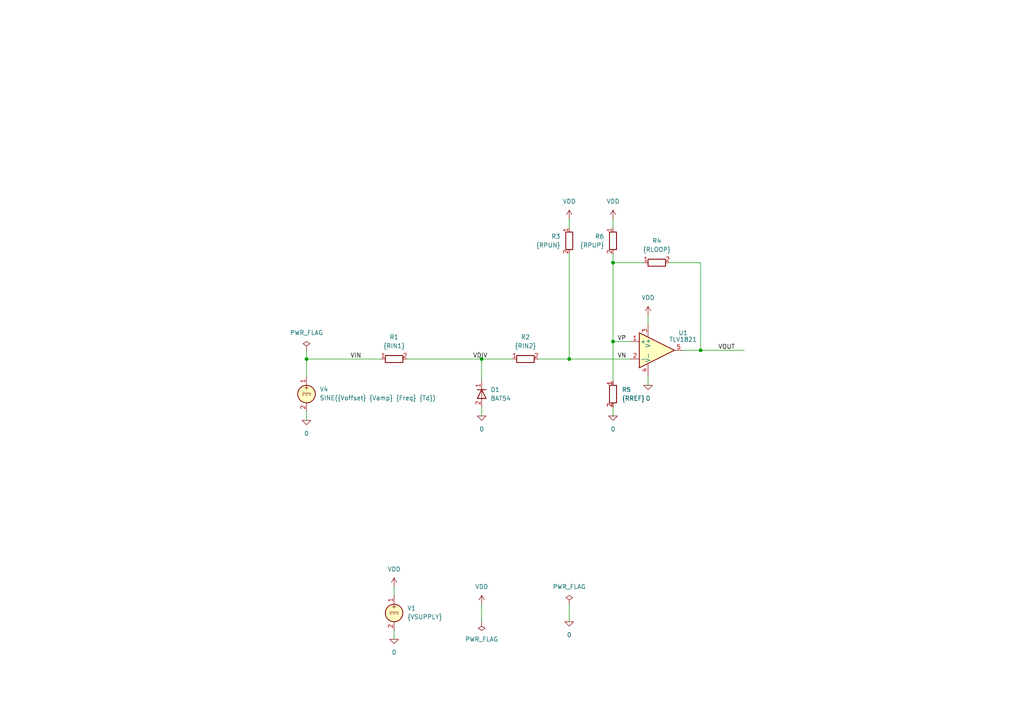
<source format=kicad_sch>
(kicad_sch
	(version 20231120)
	(generator "eeschema")
	(generator_version "8.0")
	(uuid "ae9a597f-eb7a-452c-813b-2c3c328352b1")
	(paper "A4")
	(title_block
		(title "Zero crossing detector")
		(date "2024-07-03")
		(rev "2")
		(company "astroelectronic@")
		(comment 1 "-")
		(comment 2 "-")
		(comment 3 "-")
		(comment 4 "AE01010821")
	)
	(lib_symbols
		(symbol "TLV1821:0"
			(power)
			(pin_numbers hide)
			(pin_names
				(offset 0) hide)
			(exclude_from_sim no)
			(in_bom yes)
			(on_board yes)
			(property "Reference" "#GND"
				(at 0 -5.08 0)
				(effects
					(font
						(size 1.27 1.27)
					)
					(hide yes)
				)
			)
			(property "Value" "0"
				(at 0 -2.54 0)
				(effects
					(font
						(size 1.27 1.27)
					)
				)
			)
			(property "Footprint" ""
				(at 0 0 0)
				(effects
					(font
						(size 1.27 1.27)
					)
					(hide yes)
				)
			)
			(property "Datasheet" "https://ngspice.sourceforge.io/docs/ngspice-html-manual/manual.xhtml#subsec_Circuit_elements__device"
				(at 0 -10.16 0)
				(effects
					(font
						(size 1.27 1.27)
					)
					(hide yes)
				)
			)
			(property "Description" "0V reference potential for simulation"
				(at 0 -7.62 0)
				(effects
					(font
						(size 1.27 1.27)
					)
					(hide yes)
				)
			)
			(property "ki_keywords" "simulation"
				(at 0 0 0)
				(effects
					(font
						(size 1.27 1.27)
					)
					(hide yes)
				)
			)
			(symbol "0_0_1"
				(polyline
					(pts
						(xy -1.27 0) (xy 0 -1.27) (xy 1.27 0) (xy -1.27 0)
					)
					(stroke
						(width 0)
						(type default)
					)
					(fill
						(type none)
					)
				)
			)
			(symbol "0_1_1"
				(pin power_in line
					(at 0 0 0)
					(length 0)
					(name "~"
						(effects
							(font
								(size 1.016 1.016)
							)
						)
					)
					(number "1"
						(effects
							(font
								(size 1.016 1.016)
							)
						)
					)
				)
			)
		)
		(symbol "TLV1821:D"
			(pin_names
				(offset 1.016) hide)
			(exclude_from_sim no)
			(in_bom yes)
			(on_board yes)
			(property "Reference" "D"
				(at 0 2.54 0)
				(effects
					(font
						(size 1.27 1.27)
					)
				)
			)
			(property "Value" "D"
				(at 0 -2.54 0)
				(effects
					(font
						(size 1.27 1.27)
					)
				)
			)
			(property "Footprint" ""
				(at 0 0 0)
				(effects
					(font
						(size 1.27 1.27)
					)
					(hide yes)
				)
			)
			(property "Datasheet" "https://ngspice.sourceforge.io/docs/ngspice-html-manual/manual.xhtml#cha_DIODEs"
				(at 0 0 0)
				(effects
					(font
						(size 1.27 1.27)
					)
					(hide yes)
				)
			)
			(property "Description" "Diode for simulation or PCB"
				(at 0 0 0)
				(effects
					(font
						(size 1.27 1.27)
					)
					(hide yes)
				)
			)
			(property "Sim.Device" "D"
				(at 0 0 0)
				(effects
					(font
						(size 1.27 1.27)
					)
				)
			)
			(property "Sim.Pins" "1=K 2=A"
				(at 0 0 0)
				(effects
					(font
						(size 1.27 1.27)
					)
				)
			)
			(property "ki_keywords" "simulation"
				(at 0 0 0)
				(effects
					(font
						(size 1.27 1.27)
					)
					(hide yes)
				)
			)
			(property "ki_fp_filters" "TO-???* *_Diode_* *SingleDiode* D_*"
				(at 0 0 0)
				(effects
					(font
						(size 1.27 1.27)
					)
					(hide yes)
				)
			)
			(symbol "D_0_1"
				(polyline
					(pts
						(xy -1.27 1.27) (xy -1.27 -1.27)
					)
					(stroke
						(width 0.254)
						(type default)
					)
					(fill
						(type none)
					)
				)
				(polyline
					(pts
						(xy 1.27 0) (xy -1.27 0)
					)
					(stroke
						(width 0)
						(type default)
					)
					(fill
						(type none)
					)
				)
				(polyline
					(pts
						(xy 1.27 1.27) (xy 1.27 -1.27) (xy -1.27 0) (xy 1.27 1.27)
					)
					(stroke
						(width 0.254)
						(type default)
					)
					(fill
						(type none)
					)
				)
			)
			(symbol "D_1_1"
				(pin passive line
					(at -3.81 0 0)
					(length 2.54)
					(name "K"
						(effects
							(font
								(size 1.27 1.27)
							)
						)
					)
					(number "1"
						(effects
							(font
								(size 1.27 1.27)
							)
						)
					)
				)
				(pin passive line
					(at 3.81 0 180)
					(length 2.54)
					(name "A"
						(effects
							(font
								(size 1.27 1.27)
							)
						)
					)
					(number "2"
						(effects
							(font
								(size 1.27 1.27)
							)
						)
					)
				)
			)
		)
		(symbol "TLV1821:PWR_FLAG"
			(power)
			(pin_numbers hide)
			(pin_names
				(offset 0) hide)
			(exclude_from_sim no)
			(in_bom yes)
			(on_board yes)
			(property "Reference" "#FLG"
				(at 0 1.905 0)
				(effects
					(font
						(size 1.27 1.27)
					)
					(hide yes)
				)
			)
			(property "Value" "PWR_FLAG"
				(at 0 3.81 0)
				(effects
					(font
						(size 1.27 1.27)
					)
				)
			)
			(property "Footprint" ""
				(at 0 0 0)
				(effects
					(font
						(size 1.27 1.27)
					)
					(hide yes)
				)
			)
			(property "Datasheet" "~"
				(at 0 0 0)
				(effects
					(font
						(size 1.27 1.27)
					)
					(hide yes)
				)
			)
			(property "Description" "Special symbol for telling ERC where power comes from"
				(at 0 0 0)
				(effects
					(font
						(size 1.27 1.27)
					)
					(hide yes)
				)
			)
			(property "ki_keywords" "flag power"
				(at 0 0 0)
				(effects
					(font
						(size 1.27 1.27)
					)
					(hide yes)
				)
			)
			(symbol "PWR_FLAG_0_0"
				(pin power_out line
					(at 0 0 90)
					(length 0)
					(name "~"
						(effects
							(font
								(size 1.27 1.27)
							)
						)
					)
					(number "1"
						(effects
							(font
								(size 1.27 1.27)
							)
						)
					)
				)
			)
			(symbol "PWR_FLAG_0_1"
				(polyline
					(pts
						(xy 0 0) (xy 0 1.27) (xy -1.016 1.905) (xy 0 2.54) (xy 1.016 1.905) (xy 0 1.27)
					)
					(stroke
						(width 0)
						(type default)
					)
					(fill
						(type none)
					)
				)
			)
		)
		(symbol "TLV1821:R"
			(pin_names
				(offset 0) hide)
			(exclude_from_sim no)
			(in_bom yes)
			(on_board yes)
			(property "Reference" "R"
				(at 2.032 0 90)
				(effects
					(font
						(size 1.27 1.27)
					)
				)
			)
			(property "Value" "R"
				(at 0 0 90)
				(effects
					(font
						(size 1.27 1.27)
					)
				)
			)
			(property "Footprint" ""
				(at -1.778 0 90)
				(effects
					(font
						(size 1.27 1.27)
					)
					(hide yes)
				)
			)
			(property "Datasheet" "~"
				(at 0 0 0)
				(effects
					(font
						(size 1.27 1.27)
					)
					(hide yes)
				)
			)
			(property "Description" "Resistor"
				(at 0 0 0)
				(effects
					(font
						(size 1.27 1.27)
					)
					(hide yes)
				)
			)
			(property "ki_keywords" "R res resistor"
				(at 0 0 0)
				(effects
					(font
						(size 1.27 1.27)
					)
					(hide yes)
				)
			)
			(property "ki_fp_filters" "R_*"
				(at 0 0 0)
				(effects
					(font
						(size 1.27 1.27)
					)
					(hide yes)
				)
			)
			(symbol "R_0_1"
				(rectangle
					(start -1.016 -2.54)
					(end 1.016 2.54)
					(stroke
						(width 0.254)
						(type default)
					)
					(fill
						(type none)
					)
				)
			)
			(symbol "R_1_1"
				(pin passive line
					(at 0 3.81 270)
					(length 1.27)
					(name "~"
						(effects
							(font
								(size 1.27 1.27)
							)
						)
					)
					(number "1"
						(effects
							(font
								(size 1.27 1.27)
							)
						)
					)
				)
				(pin passive line
					(at 0 -3.81 90)
					(length 1.27)
					(name "~"
						(effects
							(font
								(size 1.27 1.27)
							)
						)
					)
					(number "2"
						(effects
							(font
								(size 1.27 1.27)
							)
						)
					)
				)
			)
		)
		(symbol "TLV1821:TLV1821"
			(pin_names
				(offset 0.254)
			)
			(exclude_from_sim no)
			(in_bom yes)
			(on_board yes)
			(property "Reference" "U"
				(at 3.81 3.175 0)
				(effects
					(font
						(size 1.27 1.27)
					)
					(justify left)
				)
			)
			(property "Value" "${SIM.PARAMS}"
				(at 3.81 -3.175 0)
				(effects
					(font
						(size 1.27 1.27)
					)
					(justify left)
				)
			)
			(property "Footprint" ""
				(at 0 0 0)
				(effects
					(font
						(size 1.27 1.27)
					)
					(hide yes)
				)
			)
			(property "Datasheet" "https://www.ti.com/product/TLV1824"
				(at 0 0 0)
				(effects
					(font
						(size 1.27 1.27)
					)
					(hide yes)
				)
			)
			(property "Description" "Operational amplifier, single, node sequence=1:+ 2:- 3:OUT 4:V+ 5:V-"
				(at 0 0 0)
				(effects
					(font
						(size 1.27 1.27)
					)
					(hide yes)
				)
			)
			(property "Sim.Pins" "1=in+ 2=in- 3=vcc 4=vee 5=out"
				(at 0 0 0)
				(effects
					(font
						(size 1.27 1.27)
					)
					(hide yes)
				)
			)
			(property "Sim.Device" "SUBCKT"
				(at 0 0 0)
				(effects
					(font
						(size 1.27 1.27)
					)
					(justify left)
					(hide yes)
				)
			)
			(property "Sim.Library" "${KICAD7_SYMBOL_DIR}/Simulation_SPICE.sp"
				(at 0 0 0)
				(effects
					(font
						(size 1.27 1.27)
					)
					(hide yes)
				)
			)
			(property "Sim.Name" "kicad_builtin_opamp"
				(at 0 0 0)
				(effects
					(font
						(size 1.27 1.27)
					)
					(hide yes)
				)
			)
			(property "ki_keywords" "simulation"
				(at 0 0 0)
				(effects
					(font
						(size 1.27 1.27)
					)
					(hide yes)
				)
			)
			(symbol "TLV1821_0_1"
				(polyline
					(pts
						(xy 5.08 0) (xy -5.08 5.08) (xy -5.08 -5.08) (xy 5.08 0)
					)
					(stroke
						(width 0.254)
						(type default)
					)
					(fill
						(type background)
					)
				)
			)
			(symbol "TLV1821_1_1"
				(pin passive line
					(at -7.62 2.54 0)
					(length 2.54)
					(name "+"
						(effects
							(font
								(size 1.27 1.27)
							)
						)
					)
					(number "1"
						(effects
							(font
								(size 1.27 1.27)
							)
						)
					)
				)
				(pin passive line
					(at -7.62 -2.54 0)
					(length 2.54)
					(name "-"
						(effects
							(font
								(size 1.27 1.27)
							)
						)
					)
					(number "2"
						(effects
							(font
								(size 1.27 1.27)
							)
						)
					)
				)
				(pin passive line
					(at -2.54 7.62 270)
					(length 3.81)
					(name "V+"
						(effects
							(font
								(size 1.27 1.27)
							)
						)
					)
					(number "3"
						(effects
							(font
								(size 1.27 1.27)
							)
						)
					)
				)
				(pin passive line
					(at -2.54 -7.62 90)
					(length 3.81)
					(name "V-"
						(effects
							(font
								(size 1.27 1.27)
							)
						)
					)
					(number "4"
						(effects
							(font
								(size 1.27 1.27)
							)
						)
					)
				)
				(pin passive line
					(at 7.62 0 180)
					(length 2.54)
					(name "~"
						(effects
							(font
								(size 1.27 1.27)
							)
						)
					)
					(number "5"
						(effects
							(font
								(size 1.27 1.27)
							)
						)
					)
				)
			)
		)
		(symbol "TLV1821:VDC"
			(pin_names
				(offset 0.0254) hide)
			(exclude_from_sim no)
			(in_bom yes)
			(on_board yes)
			(property "Reference" "V"
				(at 2.54 2.54 0)
				(effects
					(font
						(size 1.27 1.27)
					)
					(justify left)
				)
			)
			(property "Value" "1"
				(at 2.54 0 0)
				(effects
					(font
						(size 1.27 1.27)
					)
					(justify left)
				)
			)
			(property "Footprint" ""
				(at 0 0 0)
				(effects
					(font
						(size 1.27 1.27)
					)
					(hide yes)
				)
			)
			(property "Datasheet" "https://ngspice.sourceforge.io/docs/ngspice-html-manual/manual.xhtml#sec_Independent_Sources_for"
				(at 0 0 0)
				(effects
					(font
						(size 1.27 1.27)
					)
					(hide yes)
				)
			)
			(property "Description" "Voltage source, DC"
				(at 0 0 0)
				(effects
					(font
						(size 1.27 1.27)
					)
					(hide yes)
				)
			)
			(property "Sim.Pins" "1=+ 2=-"
				(at 0 0 0)
				(effects
					(font
						(size 1.27 1.27)
					)
					(hide yes)
				)
			)
			(property "Sim.Type" "DC"
				(at 0 0 0)
				(effects
					(font
						(size 1.27 1.27)
					)
					(hide yes)
				)
			)
			(property "Sim.Device" "V"
				(at 0 0 0)
				(effects
					(font
						(size 1.27 1.27)
					)
					(justify left)
					(hide yes)
				)
			)
			(property "ki_keywords" "simulation"
				(at 0 0 0)
				(effects
					(font
						(size 1.27 1.27)
					)
					(hide yes)
				)
			)
			(symbol "VDC_0_0"
				(polyline
					(pts
						(xy -1.27 0.254) (xy 1.27 0.254)
					)
					(stroke
						(width 0)
						(type default)
					)
					(fill
						(type none)
					)
				)
				(polyline
					(pts
						(xy -0.762 -0.254) (xy -1.27 -0.254)
					)
					(stroke
						(width 0)
						(type default)
					)
					(fill
						(type none)
					)
				)
				(polyline
					(pts
						(xy 0.254 -0.254) (xy -0.254 -0.254)
					)
					(stroke
						(width 0)
						(type default)
					)
					(fill
						(type none)
					)
				)
				(polyline
					(pts
						(xy 1.27 -0.254) (xy 0.762 -0.254)
					)
					(stroke
						(width 0)
						(type default)
					)
					(fill
						(type none)
					)
				)
				(text "+"
					(at 0 1.905 0)
					(effects
						(font
							(size 1.27 1.27)
						)
					)
				)
			)
			(symbol "VDC_0_1"
				(circle
					(center 0 0)
					(radius 2.54)
					(stroke
						(width 0.254)
						(type default)
					)
					(fill
						(type background)
					)
				)
			)
			(symbol "VDC_1_1"
				(pin passive line
					(at 0 5.08 270)
					(length 2.54)
					(name "~"
						(effects
							(font
								(size 1.27 1.27)
							)
						)
					)
					(number "1"
						(effects
							(font
								(size 1.27 1.27)
							)
						)
					)
				)
				(pin passive line
					(at 0 -5.08 90)
					(length 2.54)
					(name "~"
						(effects
							(font
								(size 1.27 1.27)
							)
						)
					)
					(number "2"
						(effects
							(font
								(size 1.27 1.27)
							)
						)
					)
				)
			)
		)
		(symbol "TLV1821:VDD"
			(power)
			(pin_numbers hide)
			(pin_names
				(offset 0) hide)
			(exclude_from_sim no)
			(in_bom yes)
			(on_board yes)
			(property "Reference" "#PWR"
				(at 0 -3.81 0)
				(effects
					(font
						(size 1.27 1.27)
					)
					(hide yes)
				)
			)
			(property "Value" "VDD"
				(at 0 3.556 0)
				(effects
					(font
						(size 1.27 1.27)
					)
				)
			)
			(property "Footprint" ""
				(at 0 0 0)
				(effects
					(font
						(size 1.27 1.27)
					)
					(hide yes)
				)
			)
			(property "Datasheet" ""
				(at 0 0 0)
				(effects
					(font
						(size 1.27 1.27)
					)
					(hide yes)
				)
			)
			(property "Description" "Power symbol creates a global label with name \"VDD\""
				(at 0 0 0)
				(effects
					(font
						(size 1.27 1.27)
					)
					(hide yes)
				)
			)
			(property "ki_keywords" "global power"
				(at 0 0 0)
				(effects
					(font
						(size 1.27 1.27)
					)
					(hide yes)
				)
			)
			(symbol "VDD_0_1"
				(polyline
					(pts
						(xy -0.762 1.27) (xy 0 2.54)
					)
					(stroke
						(width 0)
						(type default)
					)
					(fill
						(type none)
					)
				)
				(polyline
					(pts
						(xy 0 0) (xy 0 2.54)
					)
					(stroke
						(width 0)
						(type default)
					)
					(fill
						(type none)
					)
				)
				(polyline
					(pts
						(xy 0 2.54) (xy 0.762 1.27)
					)
					(stroke
						(width 0)
						(type default)
					)
					(fill
						(type none)
					)
				)
			)
			(symbol "VDD_1_1"
				(pin power_in line
					(at 0 0 90)
					(length 0)
					(name "~"
						(effects
							(font
								(size 1.27 1.27)
							)
						)
					)
					(number "1"
						(effects
							(font
								(size 1.27 1.27)
							)
						)
					)
				)
			)
		)
	)
	(junction
		(at 177.8 76.2)
		(diameter 0)
		(color 0 0 0 0)
		(uuid "2789afa5-e1e8-40bf-9b04-fc93376ea6c9")
	)
	(junction
		(at 165.1 104.14)
		(diameter 0)
		(color 0 0 0 0)
		(uuid "52a1474a-ae95-4908-bbb3-2df5201448e7")
	)
	(junction
		(at 177.8 99.06)
		(diameter 0)
		(color 0 0 0 0)
		(uuid "8f049927-4f9e-4ff4-a56f-54e60aad5581")
	)
	(junction
		(at 139.7 104.14)
		(diameter 0)
		(color 0 0 0 0)
		(uuid "a79990e6-ad88-4e95-b919-8f2e62eeed9c")
	)
	(junction
		(at 88.9 104.14)
		(diameter 0)
		(color 0 0 0 0)
		(uuid "b62c0890-b9d9-41cd-b8c2-45b7adc44ceb")
	)
	(junction
		(at 203.2 101.6)
		(diameter 0)
		(color 0 0 0 0)
		(uuid "c4f712c4-434c-4746-99d7-a3ff94b0c2bb")
	)
	(wire
		(pts
			(xy 165.1 73.66) (xy 165.1 104.14)
		)
		(stroke
			(width 0)
			(type default)
		)
		(uuid "1ce83156-f019-4998-99b4-f944eaff510f")
	)
	(wire
		(pts
			(xy 139.7 104.14) (xy 148.59 104.14)
		)
		(stroke
			(width 0)
			(type default)
		)
		(uuid "1dc5a063-7722-4edf-8fbd-d429d758604a")
	)
	(wire
		(pts
			(xy 177.8 99.06) (xy 177.8 76.2)
		)
		(stroke
			(width 0)
			(type default)
		)
		(uuid "267d9604-62d0-4832-9a06-4dfbbec2d5f7")
	)
	(wire
		(pts
			(xy 139.7 104.14) (xy 139.7 110.49)
		)
		(stroke
			(width 0)
			(type default)
		)
		(uuid "2e1e3869-9245-4224-8bec-913eac62bef1")
	)
	(wire
		(pts
			(xy 203.2 76.2) (xy 194.31 76.2)
		)
		(stroke
			(width 0)
			(type default)
		)
		(uuid "30f0bfaa-c8b2-442a-836c-01429e37706d")
	)
	(wire
		(pts
			(xy 182.88 99.06) (xy 177.8 99.06)
		)
		(stroke
			(width 0)
			(type default)
		)
		(uuid "3e4fc699-8d9b-4dde-b6ce-8fc434c1404d")
	)
	(wire
		(pts
			(xy 177.8 76.2) (xy 186.69 76.2)
		)
		(stroke
			(width 0)
			(type default)
		)
		(uuid "4c226b17-f4f1-49cf-928d-cd9047a15a51")
	)
	(wire
		(pts
			(xy 114.3 170.18) (xy 114.3 172.72)
		)
		(stroke
			(width 0)
			(type default)
		)
		(uuid "4c6c34c9-7aa0-4e7a-bf76-1c0e582c0f57")
	)
	(wire
		(pts
			(xy 139.7 175.26) (xy 139.7 180.34)
		)
		(stroke
			(width 0)
			(type default)
		)
		(uuid "6462ae39-c3b6-4388-b972-75a56a6b6127")
	)
	(wire
		(pts
			(xy 88.9 101.6) (xy 88.9 104.14)
		)
		(stroke
			(width 0)
			(type default)
		)
		(uuid "66a5c13c-e2a0-4652-9baf-66b8476edc94")
	)
	(wire
		(pts
			(xy 156.21 104.14) (xy 165.1 104.14)
		)
		(stroke
			(width 0)
			(type default)
		)
		(uuid "6cb99671-c937-437a-a446-3cc792f5ce80")
	)
	(wire
		(pts
			(xy 88.9 109.22) (xy 88.9 104.14)
		)
		(stroke
			(width 0)
			(type default)
		)
		(uuid "7b8cfaa1-d79e-4eee-8adf-1b9aa08f1dc7")
	)
	(wire
		(pts
			(xy 165.1 175.26) (xy 165.1 180.34)
		)
		(stroke
			(width 0)
			(type default)
		)
		(uuid "85eaf740-fb9d-4b05-b47f-a79493a24de7")
	)
	(wire
		(pts
			(xy 165.1 63.5) (xy 165.1 66.04)
		)
		(stroke
			(width 0)
			(type default)
		)
		(uuid "8ac1502a-91be-4c18-8437-7e17ec1011f1")
	)
	(wire
		(pts
			(xy 177.8 118.11) (xy 177.8 120.65)
		)
		(stroke
			(width 0)
			(type default)
		)
		(uuid "96c08182-b155-47b2-a1a7-6d4073fb54fa")
	)
	(wire
		(pts
			(xy 114.3 182.88) (xy 114.3 185.42)
		)
		(stroke
			(width 0)
			(type default)
		)
		(uuid "a20563ae-1fa8-40cd-ba8d-bf3ad2b25f9f")
	)
	(wire
		(pts
			(xy 88.9 104.14) (xy 110.49 104.14)
		)
		(stroke
			(width 0)
			(type default)
		)
		(uuid "a8285c06-61cc-4c08-b4de-e5c596d1f1ad")
	)
	(wire
		(pts
			(xy 139.7 118.11) (xy 139.7 120.65)
		)
		(stroke
			(width 0)
			(type default)
		)
		(uuid "b367bbee-a296-4f28-9721-3f80d94a8c81")
	)
	(wire
		(pts
			(xy 203.2 101.6) (xy 203.2 76.2)
		)
		(stroke
			(width 0)
			(type default)
		)
		(uuid "b412621f-f2cf-4b98-9db7-bf88c38b169f")
	)
	(wire
		(pts
			(xy 177.8 73.66) (xy 177.8 76.2)
		)
		(stroke
			(width 0)
			(type default)
		)
		(uuid "b6c288fe-5b76-4c1c-820e-f6404f8f7656")
	)
	(wire
		(pts
			(xy 203.2 101.6) (xy 215.9 101.6)
		)
		(stroke
			(width 0)
			(type default)
		)
		(uuid "c2aae867-79d0-445a-bdee-67826d5f5184")
	)
	(wire
		(pts
			(xy 118.11 104.14) (xy 139.7 104.14)
		)
		(stroke
			(width 0)
			(type default)
		)
		(uuid "cb5a90b1-fd18-4953-8d0e-6fb8376739b7")
	)
	(wire
		(pts
			(xy 177.8 63.5) (xy 177.8 66.04)
		)
		(stroke
			(width 0)
			(type default)
		)
		(uuid "d8e888c4-1385-4811-86db-1b75a9d68508")
	)
	(wire
		(pts
			(xy 187.96 91.44) (xy 187.96 93.98)
		)
		(stroke
			(width 0)
			(type default)
		)
		(uuid "d93faf4b-f40d-4698-acd9-2b61292dac7b")
	)
	(wire
		(pts
			(xy 165.1 104.14) (xy 182.88 104.14)
		)
		(stroke
			(width 0)
			(type default)
		)
		(uuid "dc29acfb-0d0b-4824-9dfc-77fa5f9b826c")
	)
	(wire
		(pts
			(xy 198.12 101.6) (xy 203.2 101.6)
		)
		(stroke
			(width 0)
			(type default)
		)
		(uuid "dc642b5a-efc3-4ed9-8710-2a002e2e24c7")
	)
	(wire
		(pts
			(xy 187.96 109.22) (xy 187.96 111.76)
		)
		(stroke
			(width 0)
			(type default)
		)
		(uuid "f225b559-121a-4698-84d9-af3563f24d1c")
	)
	(wire
		(pts
			(xy 177.8 99.06) (xy 177.8 110.49)
		)
		(stroke
			(width 0)
			(type default)
		)
		(uuid "f888d590-4851-4aa4-97d4-2efca30cf7c2")
	)
	(wire
		(pts
			(xy 88.9 119.38) (xy 88.9 121.92)
		)
		(stroke
			(width 0)
			(type default)
		)
		(uuid "fc3f633f-a47f-442e-9fb7-e6b54d6fc511")
	)
	(label "VOUT"
		(at 208.28 101.6 0)
		(fields_autoplaced yes)
		(effects
			(font
				(size 1.27 1.27)
			)
			(justify left bottom)
		)
		(uuid "565bf614-6915-4831-95a3-de1270c74f78")
	)
	(label "VDIV"
		(at 137.16 104.14 0)
		(fields_autoplaced yes)
		(effects
			(font
				(size 1.27 1.27)
			)
			(justify left bottom)
		)
		(uuid "74a3b2c4-da0d-4be1-8808-f9f193d379ef")
	)
	(label "VIN"
		(at 101.6 104.14 0)
		(fields_autoplaced yes)
		(effects
			(font
				(size 1.27 1.27)
			)
			(justify left bottom)
		)
		(uuid "c4981afb-b357-48f1-bbe5-099f73a04bb1")
	)
	(label "VP"
		(at 179.07 99.06 0)
		(fields_autoplaced yes)
		(effects
			(font
				(size 1.27 1.27)
			)
			(justify left bottom)
		)
		(uuid "e311bc62-1821-4b10-abb7-e0947265bcbc")
	)
	(label "VN"
		(at 179.07 104.14 0)
		(fields_autoplaced yes)
		(effects
			(font
				(size 1.27 1.27)
			)
			(justify left bottom)
		)
		(uuid "ffddc7b3-471d-455d-9633-3c83f2310b79")
	)
	(symbol
		(lib_id "TLV1821:R")
		(at 177.8 69.85 0)
		(unit 1)
		(exclude_from_sim no)
		(in_bom yes)
		(on_board yes)
		(dnp no)
		(fields_autoplaced yes)
		(uuid "1bc637f9-096c-4d06-9820-d70cab4290ef")
		(property "Reference" "R6"
			(at 175.26 68.5799 0)
			(effects
				(font
					(size 1.27 1.27)
				)
				(justify right)
			)
		)
		(property "Value" "{RPUP}"
			(at 175.26 71.1199 0)
			(effects
				(font
					(size 1.27 1.27)
				)
				(justify right)
			)
		)
		(property "Footprint" ""
			(at 176.022 69.85 90)
			(effects
				(font
					(size 1.27 1.27)
				)
				(hide yes)
			)
		)
		(property "Datasheet" "~"
			(at 177.8 69.85 0)
			(effects
				(font
					(size 1.27 1.27)
				)
				(hide yes)
			)
		)
		(property "Description" "Resistor"
			(at 177.8 69.85 0)
			(effects
				(font
					(size 1.27 1.27)
				)
				(hide yes)
			)
		)
		(pin "1"
			(uuid "2f3f714e-a7b8-41cc-8723-6051cedf7122")
		)
		(pin "2"
			(uuid "51343494-0210-4053-9175-cd5573732435")
		)
		(instances
			(project "TLV1821_zcd"
				(path "/ae9a597f-eb7a-452c-813b-2c3c328352b1"
					(reference "R6")
					(unit 1)
				)
			)
		)
	)
	(symbol
		(lib_id "TLV1821:R")
		(at 165.1 69.85 0)
		(mirror y)
		(unit 1)
		(exclude_from_sim no)
		(in_bom yes)
		(on_board yes)
		(dnp no)
		(fields_autoplaced yes)
		(uuid "26ea52b2-93d7-445f-9cc2-dbab8df32ba7")
		(property "Reference" "R3"
			(at 162.56 68.5799 0)
			(effects
				(font
					(size 1.27 1.27)
				)
				(justify left)
			)
		)
		(property "Value" "{RPUN}"
			(at 162.56 71.1199 0)
			(effects
				(font
					(size 1.27 1.27)
				)
				(justify left)
			)
		)
		(property "Footprint" ""
			(at 166.878 69.85 90)
			(effects
				(font
					(size 1.27 1.27)
				)
				(hide yes)
			)
		)
		(property "Datasheet" "~"
			(at 165.1 69.85 0)
			(effects
				(font
					(size 1.27 1.27)
				)
				(hide yes)
			)
		)
		(property "Description" "Resistor"
			(at 165.1 69.85 0)
			(effects
				(font
					(size 1.27 1.27)
				)
				(hide yes)
			)
		)
		(pin "1"
			(uuid "1fc1540f-aad2-4ece-893b-328d168e58b4")
		)
		(pin "2"
			(uuid "1219c0b6-47e7-42ea-8fb0-804428219241")
		)
		(instances
			(project "TLV1821_zcd"
				(path "/ae9a597f-eb7a-452c-813b-2c3c328352b1"
					(reference "R3")
					(unit 1)
				)
			)
		)
	)
	(symbol
		(lib_id "TLV1821:VDD")
		(at 139.7 175.26 0)
		(unit 1)
		(exclude_from_sim no)
		(in_bom yes)
		(on_board yes)
		(dnp no)
		(fields_autoplaced yes)
		(uuid "2c38dcfc-d2af-494c-9879-ce0cf0ae9c66")
		(property "Reference" "#PWR03"
			(at 139.7 179.07 0)
			(effects
				(font
					(size 1.27 1.27)
				)
				(hide yes)
			)
		)
		(property "Value" "VDD"
			(at 139.7 170.18 0)
			(effects
				(font
					(size 1.27 1.27)
				)
			)
		)
		(property "Footprint" ""
			(at 139.7 175.26 0)
			(effects
				(font
					(size 1.27 1.27)
				)
				(hide yes)
			)
		)
		(property "Datasheet" ""
			(at 139.7 175.26 0)
			(effects
				(font
					(size 1.27 1.27)
				)
				(hide yes)
			)
		)
		(property "Description" "Power symbol creates a global label with name \"VDD\""
			(at 139.7 175.26 0)
			(effects
				(font
					(size 1.27 1.27)
				)
				(hide yes)
			)
		)
		(pin "1"
			(uuid "277b1abe-fc8c-4606-8a1a-665f04efb26e")
		)
		(instances
			(project "TLV1821_zcd"
				(path "/ae9a597f-eb7a-452c-813b-2c3c328352b1"
					(reference "#PWR03")
					(unit 1)
				)
			)
		)
	)
	(symbol
		(lib_id "TLV1821:0")
		(at 177.8 120.65 0)
		(unit 1)
		(exclude_from_sim no)
		(in_bom yes)
		(on_board yes)
		(dnp no)
		(fields_autoplaced yes)
		(uuid "31a76c31-c88e-4dcb-9996-bd7966a99e87")
		(property "Reference" "#GND04"
			(at 177.8 125.73 0)
			(effects
				(font
					(size 1.27 1.27)
				)
				(hide yes)
			)
		)
		(property "Value" "0"
			(at 177.8 124.46 0)
			(effects
				(font
					(size 1.27 1.27)
				)
			)
		)
		(property "Footprint" ""
			(at 177.8 120.65 0)
			(effects
				(font
					(size 1.27 1.27)
				)
				(hide yes)
			)
		)
		(property "Datasheet" "https://ngspice.sourceforge.io/docs/ngspice-html-manual/manual.xhtml#subsec_Circuit_elements__device"
			(at 177.8 130.81 0)
			(effects
				(font
					(size 1.27 1.27)
				)
				(hide yes)
			)
		)
		(property "Description" "0V reference potential for simulation"
			(at 177.8 128.27 0)
			(effects
				(font
					(size 1.27 1.27)
				)
				(hide yes)
			)
		)
		(pin "1"
			(uuid "b7e6db77-2c54-4a15-9887-99e54580ed26")
		)
		(instances
			(project "TLV1821_zcd"
				(path "/ae9a597f-eb7a-452c-813b-2c3c328352b1"
					(reference "#GND04")
					(unit 1)
				)
			)
		)
	)
	(symbol
		(lib_id "TLV1821:PWR_FLAG")
		(at 165.1 175.26 0)
		(unit 1)
		(exclude_from_sim no)
		(in_bom yes)
		(on_board yes)
		(dnp no)
		(fields_autoplaced yes)
		(uuid "3c7deb2c-94ea-44db-b6d9-1da759f9ae63")
		(property "Reference" "#FLG02"
			(at 165.1 173.355 0)
			(effects
				(font
					(size 1.27 1.27)
				)
				(hide yes)
			)
		)
		(property "Value" "PWR_FLAG"
			(at 165.1 170.18 0)
			(effects
				(font
					(size 1.27 1.27)
				)
			)
		)
		(property "Footprint" ""
			(at 165.1 175.26 0)
			(effects
				(font
					(size 1.27 1.27)
				)
				(hide yes)
			)
		)
		(property "Datasheet" "~"
			(at 165.1 175.26 0)
			(effects
				(font
					(size 1.27 1.27)
				)
				(hide yes)
			)
		)
		(property "Description" "Special symbol for telling ERC where power comes from"
			(at 165.1 175.26 0)
			(effects
				(font
					(size 1.27 1.27)
				)
				(hide yes)
			)
		)
		(pin "1"
			(uuid "243bf4c0-9da9-47a4-bc86-085198d1a886")
		)
		(instances
			(project "TLV1821_zcd"
				(path "/ae9a597f-eb7a-452c-813b-2c3c328352b1"
					(reference "#FLG02")
					(unit 1)
				)
			)
		)
	)
	(symbol
		(lib_id "TLV1821:TLV1821")
		(at 190.5 101.6 0)
		(unit 1)
		(exclude_from_sim no)
		(in_bom yes)
		(on_board yes)
		(dnp no)
		(fields_autoplaced yes)
		(uuid "3d8bc729-cefe-4d20-811c-548e93d12ab7")
		(property "Reference" "U1"
			(at 198.12 96.5514 0)
			(effects
				(font
					(size 1.27 1.27)
				)
			)
		)
		(property "Value" "TLV1821"
			(at 198.12 98.4565 0)
			(effects
				(font
					(size 1.27 1.27)
				)
			)
		)
		(property "Footprint" ""
			(at 190.5 101.6 0)
			(effects
				(font
					(size 1.27 1.27)
				)
				(hide yes)
			)
		)
		(property "Datasheet" "https://www.ti.com/product/TLV1824"
			(at 190.5 101.6 0)
			(effects
				(font
					(size 1.27 1.27)
				)
				(hide yes)
			)
		)
		(property "Description" "Operational amplifier, single, node sequence=1:+ 2:- 3:OUT 4:V+ 5:V-"
			(at 190.5 101.6 0)
			(effects
				(font
					(size 1.27 1.27)
				)
				(hide yes)
			)
		)
		(property "Sim.Pins" "1=IN+ 2=IN- 3=V+ 4=V- 5=OUT"
			(at 190.5 101.6 0)
			(effects
				(font
					(size 1.27 1.27)
				)
				(hide yes)
			)
		)
		(property "Sim.Device" "SUBCKT"
			(at 190.5 101.6 0)
			(effects
				(font
					(size 1.27 1.27)
				)
				(justify left)
				(hide yes)
			)
		)
		(property "Sim.Library" "C:\\AE\\TLV1821\\_models\\tlv1821.lib"
			(at 190.5 101.6 0)
			(effects
				(font
					(size 1.27 1.27)
				)
				(hide yes)
			)
		)
		(property "Sim.Name" "TLV1821"
			(at 190.5 101.6 0)
			(effects
				(font
					(size 1.27 1.27)
				)
				(hide yes)
			)
		)
		(pin "1"
			(uuid "a3eeb99b-8228-45e0-b4d7-09febe859cbf")
		)
		(pin "3"
			(uuid "0bd1a5b4-b7f0-4918-9e76-6d88bc530e8e")
		)
		(pin "2"
			(uuid "89f47089-6d4b-4d72-a727-a8a62c8f335a")
		)
		(pin "4"
			(uuid "43e0823f-cc2e-4090-9e9e-489549fe5f7e")
		)
		(pin "5"
			(uuid "242bf7c1-6bcb-4ae3-9fc3-2037c877b110")
		)
		(instances
			(project "TLV1821_zcd"
				(path "/ae9a597f-eb7a-452c-813b-2c3c328352b1"
					(reference "U1")
					(unit 1)
				)
			)
		)
	)
	(symbol
		(lib_id "TLV1821:VDD")
		(at 187.96 91.44 0)
		(unit 1)
		(exclude_from_sim no)
		(in_bom yes)
		(on_board yes)
		(dnp no)
		(fields_autoplaced yes)
		(uuid "44d90fc7-3d98-434c-a409-930b552b3a07")
		(property "Reference" "#PWR01"
			(at 187.96 95.25 0)
			(effects
				(font
					(size 1.27 1.27)
				)
				(hide yes)
			)
		)
		(property "Value" "VDD"
			(at 187.96 86.36 0)
			(effects
				(font
					(size 1.27 1.27)
				)
			)
		)
		(property "Footprint" ""
			(at 187.96 91.44 0)
			(effects
				(font
					(size 1.27 1.27)
				)
				(hide yes)
			)
		)
		(property "Datasheet" ""
			(at 187.96 91.44 0)
			(effects
				(font
					(size 1.27 1.27)
				)
				(hide yes)
			)
		)
		(property "Description" "Power symbol creates a global label with name \"VDD\""
			(at 187.96 91.44 0)
			(effects
				(font
					(size 1.27 1.27)
				)
				(hide yes)
			)
		)
		(pin "1"
			(uuid "c2ab7acd-d7e9-498a-a4b7-92a5ce02c5f1")
		)
		(instances
			(project "TLV1821_zcd"
				(path "/ae9a597f-eb7a-452c-813b-2c3c328352b1"
					(reference "#PWR01")
					(unit 1)
				)
			)
		)
	)
	(symbol
		(lib_id "TLV1821:R")
		(at 114.3 104.14 90)
		(unit 1)
		(exclude_from_sim no)
		(in_bom yes)
		(on_board yes)
		(dnp no)
		(fields_autoplaced yes)
		(uuid "5088f402-90d9-498e-8bf3-1063111fd82a")
		(property "Reference" "R1"
			(at 114.3 97.79 90)
			(effects
				(font
					(size 1.27 1.27)
				)
			)
		)
		(property "Value" "{RIN1}"
			(at 114.3 100.33 90)
			(effects
				(font
					(size 1.27 1.27)
				)
			)
		)
		(property "Footprint" ""
			(at 114.3 105.918 90)
			(effects
				(font
					(size 1.27 1.27)
				)
				(hide yes)
			)
		)
		(property "Datasheet" "~"
			(at 114.3 104.14 0)
			(effects
				(font
					(size 1.27 1.27)
				)
				(hide yes)
			)
		)
		(property "Description" "Resistor"
			(at 114.3 104.14 0)
			(effects
				(font
					(size 1.27 1.27)
				)
				(hide yes)
			)
		)
		(pin "1"
			(uuid "4d09bc85-341b-4515-a429-6fb1b2e1ce46")
		)
		(pin "2"
			(uuid "f6a23114-bf93-4639-b185-ad093ee9651a")
		)
		(instances
			(project "TLV1821_zcd"
				(path "/ae9a597f-eb7a-452c-813b-2c3c328352b1"
					(reference "R1")
					(unit 1)
				)
			)
		)
	)
	(symbol
		(lib_id "TLV1821:0")
		(at 139.7 120.65 0)
		(unit 1)
		(exclude_from_sim no)
		(in_bom yes)
		(on_board yes)
		(dnp no)
		(fields_autoplaced yes)
		(uuid "62b00c14-1a26-4512-93dc-eca0f5ceac05")
		(property "Reference" "#GND06"
			(at 139.7 125.73 0)
			(effects
				(font
					(size 1.27 1.27)
				)
				(hide yes)
			)
		)
		(property "Value" "0"
			(at 139.7 124.46 0)
			(effects
				(font
					(size 1.27 1.27)
				)
			)
		)
		(property "Footprint" ""
			(at 139.7 120.65 0)
			(effects
				(font
					(size 1.27 1.27)
				)
				(hide yes)
			)
		)
		(property "Datasheet" "https://ngspice.sourceforge.io/docs/ngspice-html-manual/manual.xhtml#subsec_Circuit_elements__device"
			(at 139.7 130.81 0)
			(effects
				(font
					(size 1.27 1.27)
				)
				(hide yes)
			)
		)
		(property "Description" "0V reference potential for simulation"
			(at 139.7 128.27 0)
			(effects
				(font
					(size 1.27 1.27)
				)
				(hide yes)
			)
		)
		(pin "1"
			(uuid "696589c1-0175-4846-9b75-6e9bd31d0159")
		)
		(instances
			(project "TLV1821_zcd"
				(path "/ae9a597f-eb7a-452c-813b-2c3c328352b1"
					(reference "#GND06")
					(unit 1)
				)
			)
		)
	)
	(symbol
		(lib_id "TLV1821:PWR_FLAG")
		(at 88.9 101.6 0)
		(unit 1)
		(exclude_from_sim no)
		(in_bom yes)
		(on_board yes)
		(dnp no)
		(fields_autoplaced yes)
		(uuid "72b41a6e-2158-479b-97de-3523c48f8034")
		(property "Reference" "#FLG03"
			(at 88.9 99.695 0)
			(effects
				(font
					(size 1.27 1.27)
				)
				(hide yes)
			)
		)
		(property "Value" "PWR_FLAG"
			(at 88.9 96.52 0)
			(effects
				(font
					(size 1.27 1.27)
				)
			)
		)
		(property "Footprint" ""
			(at 88.9 101.6 0)
			(effects
				(font
					(size 1.27 1.27)
				)
				(hide yes)
			)
		)
		(property "Datasheet" "~"
			(at 88.9 101.6 0)
			(effects
				(font
					(size 1.27 1.27)
				)
				(hide yes)
			)
		)
		(property "Description" "Special symbol for telling ERC where power comes from"
			(at 88.9 101.6 0)
			(effects
				(font
					(size 1.27 1.27)
				)
				(hide yes)
			)
		)
		(pin "1"
			(uuid "51cff7e5-b721-4c10-bd85-220dc75e0e74")
		)
		(instances
			(project "TLV1821_zcd"
				(path "/ae9a597f-eb7a-452c-813b-2c3c328352b1"
					(reference "#FLG03")
					(unit 1)
				)
			)
		)
	)
	(symbol
		(lib_id "TLV1821:D")
		(at 139.7 114.3 270)
		(unit 1)
		(exclude_from_sim no)
		(in_bom yes)
		(on_board yes)
		(dnp no)
		(fields_autoplaced yes)
		(uuid "7bd87f9e-e685-4265-b2c4-a4ec3f02e9e0")
		(property "Reference" "D1"
			(at 142.24 113.0299 90)
			(effects
				(font
					(size 1.27 1.27)
				)
				(justify left)
			)
		)
		(property "Value" "BAT54"
			(at 142.24 115.5699 90)
			(effects
				(font
					(size 1.27 1.27)
				)
				(justify left)
			)
		)
		(property "Footprint" ""
			(at 139.7 114.3 0)
			(effects
				(font
					(size 1.27 1.27)
				)
				(hide yes)
			)
		)
		(property "Datasheet" "https://ngspice.sourceforge.io/docs/ngspice-html-manual/manual.xhtml#cha_DIODEs"
			(at 139.7 114.3 0)
			(effects
				(font
					(size 1.27 1.27)
				)
				(hide yes)
			)
		)
		(property "Description" "Diode for simulation or PCB"
			(at 139.7 114.3 0)
			(effects
				(font
					(size 1.27 1.27)
				)
				(hide yes)
			)
		)
		(property "Sim.Library" "C:\\AE\\TLV1821\\_models\\BAT54.spice.txt"
			(at 139.7 114.3 0)
			(effects
				(font
					(size 1.27 1.27)
				)
				(hide yes)
			)
		)
		(property "Sim.Name" "BAT54"
			(at 139.7 114.3 0)
			(effects
				(font
					(size 1.27 1.27)
				)
				(hide yes)
			)
		)
		(property "Sim.Device" "D"
			(at 139.7 114.3 0)
			(effects
				(font
					(size 1.27 1.27)
				)
				(hide yes)
			)
		)
		(property "Sim.Pins" "1=K 2=A"
			(at 139.7 114.3 0)
			(effects
				(font
					(size 1.27 1.27)
				)
				(hide yes)
			)
		)
		(pin "1"
			(uuid "9532c4a1-ce05-42dc-b637-1efb6d5e12ec")
		)
		(pin "2"
			(uuid "747ef44e-cca4-4013-8b60-02c21a225e78")
		)
		(instances
			(project "TLV1821_zcd"
				(path "/ae9a597f-eb7a-452c-813b-2c3c328352b1"
					(reference "D1")
					(unit 1)
				)
			)
		)
	)
	(symbol
		(lib_id "TLV1821:0")
		(at 88.9 121.92 0)
		(unit 1)
		(exclude_from_sim no)
		(in_bom yes)
		(on_board yes)
		(dnp no)
		(fields_autoplaced yes)
		(uuid "7bfd2ebf-7cce-4122-88cd-a359dd179517")
		(property "Reference" "#GND05"
			(at 88.9 127 0)
			(effects
				(font
					(size 1.27 1.27)
				)
				(hide yes)
			)
		)
		(property "Value" "0"
			(at 88.9 125.73 0)
			(effects
				(font
					(size 1.27 1.27)
				)
			)
		)
		(property "Footprint" ""
			(at 88.9 121.92 0)
			(effects
				(font
					(size 1.27 1.27)
				)
				(hide yes)
			)
		)
		(property "Datasheet" "https://ngspice.sourceforge.io/docs/ngspice-html-manual/manual.xhtml#subsec_Circuit_elements__device"
			(at 88.9 132.08 0)
			(effects
				(font
					(size 1.27 1.27)
				)
				(hide yes)
			)
		)
		(property "Description" "0V reference potential for simulation"
			(at 88.9 129.54 0)
			(effects
				(font
					(size 1.27 1.27)
				)
				(hide yes)
			)
		)
		(pin "1"
			(uuid "4aa652f6-3153-470e-a6c7-889132724ab9")
		)
		(instances
			(project "TLV1821_zcd"
				(path "/ae9a597f-eb7a-452c-813b-2c3c328352b1"
					(reference "#GND05")
					(unit 1)
				)
			)
		)
	)
	(symbol
		(lib_id "TLV1821:VDD")
		(at 177.8 63.5 0)
		(unit 1)
		(exclude_from_sim no)
		(in_bom yes)
		(on_board yes)
		(dnp no)
		(fields_autoplaced yes)
		(uuid "88b8495b-fb4e-42b4-b8f3-45f328e5ba29")
		(property "Reference" "#PWR04"
			(at 177.8 67.31 0)
			(effects
				(font
					(size 1.27 1.27)
				)
				(hide yes)
			)
		)
		(property "Value" "VDD"
			(at 177.8 58.42 0)
			(effects
				(font
					(size 1.27 1.27)
				)
			)
		)
		(property "Footprint" ""
			(at 177.8 63.5 0)
			(effects
				(font
					(size 1.27 1.27)
				)
				(hide yes)
			)
		)
		(property "Datasheet" ""
			(at 177.8 63.5 0)
			(effects
				(font
					(size 1.27 1.27)
				)
				(hide yes)
			)
		)
		(property "Description" "Power symbol creates a global label with name \"VDD\""
			(at 177.8 63.5 0)
			(effects
				(font
					(size 1.27 1.27)
				)
				(hide yes)
			)
		)
		(pin "1"
			(uuid "aa1c5c93-b85b-481f-94d1-97434d044e8e")
		)
		(instances
			(project "TLV1821_zcd"
				(path "/ae9a597f-eb7a-452c-813b-2c3c328352b1"
					(reference "#PWR04")
					(unit 1)
				)
			)
		)
	)
	(symbol
		(lib_id "TLV1821:R")
		(at 190.5 76.2 90)
		(unit 1)
		(exclude_from_sim no)
		(in_bom yes)
		(on_board yes)
		(dnp no)
		(fields_autoplaced yes)
		(uuid "a93973df-592d-46cc-8f1b-fa6731435c60")
		(property "Reference" "R4"
			(at 190.5 69.85 90)
			(effects
				(font
					(size 1.27 1.27)
				)
			)
		)
		(property "Value" "{RLOOP}"
			(at 190.5 72.39 90)
			(effects
				(font
					(size 1.27 1.27)
				)
			)
		)
		(property "Footprint" ""
			(at 190.5 77.978 90)
			(effects
				(font
					(size 1.27 1.27)
				)
				(hide yes)
			)
		)
		(property "Datasheet" "~"
			(at 190.5 76.2 0)
			(effects
				(font
					(size 1.27 1.27)
				)
				(hide yes)
			)
		)
		(property "Description" "Resistor"
			(at 190.5 76.2 0)
			(effects
				(font
					(size 1.27 1.27)
				)
				(hide yes)
			)
		)
		(pin "1"
			(uuid "780f0557-b345-4d88-993d-376c59bfede9")
		)
		(pin "2"
			(uuid "ec77db88-7e4c-4717-934d-736032744093")
		)
		(instances
			(project "TLV1821_zcd"
				(path "/ae9a597f-eb7a-452c-813b-2c3c328352b1"
					(reference "R4")
					(unit 1)
				)
			)
		)
	)
	(symbol
		(lib_id "TLV1821:R")
		(at 152.4 104.14 90)
		(unit 1)
		(exclude_from_sim no)
		(in_bom yes)
		(on_board yes)
		(dnp no)
		(fields_autoplaced yes)
		(uuid "abd72ffa-8755-45ec-b880-1930cbe4a54b")
		(property "Reference" "R2"
			(at 152.4 97.79 90)
			(effects
				(font
					(size 1.27 1.27)
				)
			)
		)
		(property "Value" "{RIN2}"
			(at 152.4 100.33 90)
			(effects
				(font
					(size 1.27 1.27)
				)
			)
		)
		(property "Footprint" ""
			(at 152.4 105.918 90)
			(effects
				(font
					(size 1.27 1.27)
				)
				(hide yes)
			)
		)
		(property "Datasheet" "~"
			(at 152.4 104.14 0)
			(effects
				(font
					(size 1.27 1.27)
				)
				(hide yes)
			)
		)
		(property "Description" "Resistor"
			(at 152.4 104.14 0)
			(effects
				(font
					(size 1.27 1.27)
				)
				(hide yes)
			)
		)
		(pin "1"
			(uuid "32207b9c-ceb5-441a-a36d-405cb5e1b927")
		)
		(pin "2"
			(uuid "604feb1e-f05d-4e1d-85d0-e838f5634efc")
		)
		(instances
			(project "TLV1821_zcd"
				(path "/ae9a597f-eb7a-452c-813b-2c3c328352b1"
					(reference "R2")
					(unit 1)
				)
			)
		)
	)
	(symbol
		(lib_id "TLV1821:VDC")
		(at 114.3 177.8 0)
		(unit 1)
		(exclude_from_sim no)
		(in_bom yes)
		(on_board yes)
		(dnp no)
		(fields_autoplaced yes)
		(uuid "b69f8e27-cd88-4d9f-b92e-515f385e983f")
		(property "Reference" "V1"
			(at 118.11 176.4001 0)
			(effects
				(font
					(size 1.27 1.27)
				)
				(justify left)
			)
		)
		(property "Value" "{VSUPPLY}"
			(at 118.11 178.9401 0)
			(effects
				(font
					(size 1.27 1.27)
				)
				(justify left)
			)
		)
		(property "Footprint" ""
			(at 114.3 177.8 0)
			(effects
				(font
					(size 1.27 1.27)
				)
				(hide yes)
			)
		)
		(property "Datasheet" "https://ngspice.sourceforge.io/docs/ngspice-html-manual/manual.xhtml#sec_Independent_Sources_for"
			(at 114.3 177.8 0)
			(effects
				(font
					(size 1.27 1.27)
				)
				(hide yes)
			)
		)
		(property "Description" "Voltage source, DC"
			(at 114.3 177.8 0)
			(effects
				(font
					(size 1.27 1.27)
				)
				(hide yes)
			)
		)
		(property "Sim.Pins" "1=+ 2=-"
			(at 114.3 177.8 0)
			(effects
				(font
					(size 1.27 1.27)
				)
				(hide yes)
			)
		)
		(property "Sim.Type" "DC"
			(at 114.3 177.8 0)
			(effects
				(font
					(size 1.27 1.27)
				)
				(hide yes)
			)
		)
		(property "Sim.Device" "V"
			(at 114.3 177.8 0)
			(effects
				(font
					(size 1.27 1.27)
				)
				(justify left)
				(hide yes)
			)
		)
		(pin "2"
			(uuid "f020d068-c729-45be-94f7-6c46bf260145")
		)
		(pin "1"
			(uuid "ccfabd9e-ff08-4c89-9786-be0c13608fd3")
		)
		(instances
			(project "TLV1821_zcd"
				(path "/ae9a597f-eb7a-452c-813b-2c3c328352b1"
					(reference "V1")
					(unit 1)
				)
			)
		)
	)
	(symbol
		(lib_id "TLV1821:0")
		(at 187.96 111.76 0)
		(unit 1)
		(exclude_from_sim no)
		(in_bom yes)
		(on_board yes)
		(dnp no)
		(fields_autoplaced yes)
		(uuid "bccb6f64-0f80-4bae-9121-35c6cdf6d2ab")
		(property "Reference" "#GND01"
			(at 187.96 116.84 0)
			(effects
				(font
					(size 1.27 1.27)
				)
				(hide yes)
			)
		)
		(property "Value" "0"
			(at 187.96 115.57 0)
			(effects
				(font
					(size 1.27 1.27)
				)
			)
		)
		(property "Footprint" ""
			(at 187.96 111.76 0)
			(effects
				(font
					(size 1.27 1.27)
				)
				(hide yes)
			)
		)
		(property "Datasheet" "https://ngspice.sourceforge.io/docs/ngspice-html-manual/manual.xhtml#subsec_Circuit_elements__device"
			(at 187.96 121.92 0)
			(effects
				(font
					(size 1.27 1.27)
				)
				(hide yes)
			)
		)
		(property "Description" "0V reference potential for simulation"
			(at 187.96 119.38 0)
			(effects
				(font
					(size 1.27 1.27)
				)
				(hide yes)
			)
		)
		(pin "1"
			(uuid "51978b86-615a-4a26-9b6f-aae2a5a879a3")
		)
		(instances
			(project "TLV1821_zcd"
				(path "/ae9a597f-eb7a-452c-813b-2c3c328352b1"
					(reference "#GND01")
					(unit 1)
				)
			)
		)
	)
	(symbol
		(lib_id "TLV1821:PWR_FLAG")
		(at 139.7 180.34 180)
		(unit 1)
		(exclude_from_sim no)
		(in_bom yes)
		(on_board yes)
		(dnp no)
		(fields_autoplaced yes)
		(uuid "d46815d5-6c85-407c-ac0b-27e9327fd126")
		(property "Reference" "#FLG01"
			(at 139.7 182.245 0)
			(effects
				(font
					(size 1.27 1.27)
				)
				(hide yes)
			)
		)
		(property "Value" "PWR_FLAG"
			(at 139.7 185.42 0)
			(effects
				(font
					(size 1.27 1.27)
				)
			)
		)
		(property "Footprint" ""
			(at 139.7 180.34 0)
			(effects
				(font
					(size 1.27 1.27)
				)
				(hide yes)
			)
		)
		(property "Datasheet" "~"
			(at 139.7 180.34 0)
			(effects
				(font
					(size 1.27 1.27)
				)
				(hide yes)
			)
		)
		(property "Description" "Special symbol for telling ERC where power comes from"
			(at 139.7 180.34 0)
			(effects
				(font
					(size 1.27 1.27)
				)
				(hide yes)
			)
		)
		(pin "1"
			(uuid "9bd9dadd-f7a5-41a2-8a6a-0779c6f7e817")
		)
		(instances
			(project "TLV1821_zcd"
				(path "/ae9a597f-eb7a-452c-813b-2c3c328352b1"
					(reference "#FLG01")
					(unit 1)
				)
			)
		)
	)
	(symbol
		(lib_id "TLV1821:0")
		(at 165.1 180.34 0)
		(unit 1)
		(exclude_from_sim no)
		(in_bom yes)
		(on_board yes)
		(dnp no)
		(fields_autoplaced yes)
		(uuid "d6f3eeca-4ca1-44a3-be1b-3949cfe9f3cb")
		(property "Reference" "#GND03"
			(at 165.1 185.42 0)
			(effects
				(font
					(size 1.27 1.27)
				)
				(hide yes)
			)
		)
		(property "Value" "0"
			(at 165.1 184.15 0)
			(effects
				(font
					(size 1.27 1.27)
				)
			)
		)
		(property "Footprint" ""
			(at 165.1 180.34 0)
			(effects
				(font
					(size 1.27 1.27)
				)
				(hide yes)
			)
		)
		(property "Datasheet" "https://ngspice.sourceforge.io/docs/ngspice-html-manual/manual.xhtml#subsec_Circuit_elements__device"
			(at 165.1 190.5 0)
			(effects
				(font
					(size 1.27 1.27)
				)
				(hide yes)
			)
		)
		(property "Description" "0V reference potential for simulation"
			(at 165.1 187.96 0)
			(effects
				(font
					(size 1.27 1.27)
				)
				(hide yes)
			)
		)
		(pin "1"
			(uuid "84481d8b-285f-4c21-8b73-b2219a15fc78")
		)
		(instances
			(project "TLV1821_zcd"
				(path "/ae9a597f-eb7a-452c-813b-2c3c328352b1"
					(reference "#GND03")
					(unit 1)
				)
			)
		)
	)
	(symbol
		(lib_id "TLV1821:R")
		(at 177.8 114.3 0)
		(unit 1)
		(exclude_from_sim no)
		(in_bom yes)
		(on_board yes)
		(dnp no)
		(fields_autoplaced yes)
		(uuid "e088468e-906b-4ff7-9da3-70fd24c4ec1e")
		(property "Reference" "R5"
			(at 180.34 113.0299 0)
			(effects
				(font
					(size 1.27 1.27)
				)
				(justify left)
			)
		)
		(property "Value" "{RREF}"
			(at 180.34 115.5699 0)
			(effects
				(font
					(size 1.27 1.27)
				)
				(justify left)
			)
		)
		(property "Footprint" ""
			(at 176.022 114.3 90)
			(effects
				(font
					(size 1.27 1.27)
				)
				(hide yes)
			)
		)
		(property "Datasheet" "~"
			(at 177.8 114.3 0)
			(effects
				(font
					(size 1.27 1.27)
				)
				(hide yes)
			)
		)
		(property "Description" "Resistor"
			(at 177.8 114.3 0)
			(effects
				(font
					(size 1.27 1.27)
				)
				(hide yes)
			)
		)
		(pin "1"
			(uuid "18e445cc-2810-41d7-b155-8cd97fceb752")
		)
		(pin "2"
			(uuid "28d0787f-cb8c-4964-80ba-1426675d2213")
		)
		(instances
			(project "TLV1821_zcd"
				(path "/ae9a597f-eb7a-452c-813b-2c3c328352b1"
					(reference "R5")
					(unit 1)
				)
			)
		)
	)
	(symbol
		(lib_id "TLV1821:VDC")
		(at 88.9 114.3 0)
		(unit 1)
		(exclude_from_sim no)
		(in_bom yes)
		(on_board yes)
		(dnp no)
		(fields_autoplaced yes)
		(uuid "e1fb7ca6-b6af-4940-8ca9-6aff4dc37b5f")
		(property "Reference" "V4"
			(at 92.71 112.9001 0)
			(effects
				(font
					(size 1.27 1.27)
				)
				(justify left)
			)
		)
		(property "Value" "SINE({Voffset} {Vamp} {Freq} {Td})"
			(at 92.71 115.4401 0)
			(effects
				(font
					(size 1.27 1.27)
				)
				(justify left)
			)
		)
		(property "Footprint" ""
			(at 88.9 114.3 0)
			(effects
				(font
					(size 1.27 1.27)
				)
				(hide yes)
			)
		)
		(property "Datasheet" "https://ngspice.sourceforge.io/docs/ngspice-html-manual/manual.xhtml#sec_Independent_Sources_for"
			(at 88.9 114.3 0)
			(effects
				(font
					(size 1.27 1.27)
				)
				(hide yes)
			)
		)
		(property "Description" "Voltage source, DC"
			(at 88.9 114.3 0)
			(effects
				(font
					(size 1.27 1.27)
				)
				(hide yes)
			)
		)
		(property "Sim.Pins" "1=+ 2=-"
			(at 88.9 114.3 0)
			(effects
				(font
					(size 1.27 1.27)
				)
				(hide yes)
			)
		)
		(property "Sim.Type" "DC"
			(at 88.9 114.3 0)
			(effects
				(font
					(size 1.27 1.27)
				)
				(hide yes)
			)
		)
		(property "Sim.Device" "V"
			(at 88.9 114.3 0)
			(effects
				(font
					(size 1.27 1.27)
				)
				(justify left)
				(hide yes)
			)
		)
		(pin "2"
			(uuid "a05b5b8b-6b9e-4118-8eb5-0e08cbda1020")
		)
		(pin "1"
			(uuid "a0d28af9-897d-431b-86ec-be4ba7a5bf9c")
		)
		(instances
			(project "TLV1821_zcd"
				(path "/ae9a597f-eb7a-452c-813b-2c3c328352b1"
					(reference "V4")
					(unit 1)
				)
			)
		)
	)
	(symbol
		(lib_id "TLV1821:0")
		(at 114.3 185.42 0)
		(unit 1)
		(exclude_from_sim no)
		(in_bom yes)
		(on_board yes)
		(dnp no)
		(fields_autoplaced yes)
		(uuid "e95617f1-2cd2-428f-9b9c-22220fb30471")
		(property "Reference" "#GND02"
			(at 114.3 190.5 0)
			(effects
				(font
					(size 1.27 1.27)
				)
				(hide yes)
			)
		)
		(property "Value" "0"
			(at 114.3 189.23 0)
			(effects
				(font
					(size 1.27 1.27)
				)
			)
		)
		(property "Footprint" ""
			(at 114.3 185.42 0)
			(effects
				(font
					(size 1.27 1.27)
				)
				(hide yes)
			)
		)
		(property "Datasheet" "https://ngspice.sourceforge.io/docs/ngspice-html-manual/manual.xhtml#subsec_Circuit_elements__device"
			(at 114.3 195.58 0)
			(effects
				(font
					(size 1.27 1.27)
				)
				(hide yes)
			)
		)
		(property "Description" "0V reference potential for simulation"
			(at 114.3 193.04 0)
			(effects
				(font
					(size 1.27 1.27)
				)
				(hide yes)
			)
		)
		(pin "1"
			(uuid "eedd49bb-b86c-4e15-b1f5-6831b9059ec9")
		)
		(instances
			(project "TLV1821_zcd"
				(path "/ae9a597f-eb7a-452c-813b-2c3c328352b1"
					(reference "#GND02")
					(unit 1)
				)
			)
		)
	)
	(symbol
		(lib_id "TLV1821:VDD")
		(at 114.3 170.18 0)
		(unit 1)
		(exclude_from_sim no)
		(in_bom yes)
		(on_board yes)
		(dnp no)
		(fields_autoplaced yes)
		(uuid "ed52c492-1ea4-4f5a-a7f4-ce9b713bb220")
		(property "Reference" "#PWR02"
			(at 114.3 173.99 0)
			(effects
				(font
					(size 1.27 1.27)
				)
				(hide yes)
			)
		)
		(property "Value" "VDD"
			(at 114.3 165.1 0)
			(effects
				(font
					(size 1.27 1.27)
				)
			)
		)
		(property "Footprint" ""
			(at 114.3 170.18 0)
			(effects
				(font
					(size 1.27 1.27)
				)
				(hide yes)
			)
		)
		(property "Datasheet" ""
			(at 114.3 170.18 0)
			(effects
				(font
					(size 1.27 1.27)
				)
				(hide yes)
			)
		)
		(property "Description" "Power symbol creates a global label with name \"VDD\""
			(at 114.3 170.18 0)
			(effects
				(font
					(size 1.27 1.27)
				)
				(hide yes)
			)
		)
		(pin "1"
			(uuid "91b5a8db-6dc0-4222-991d-e48a0084ce1c")
		)
		(instances
			(project "TLV1821_zcd"
				(path "/ae9a597f-eb7a-452c-813b-2c3c328352b1"
					(reference "#PWR02")
					(unit 1)
				)
			)
		)
	)
	(symbol
		(lib_id "TLV1821:VDD")
		(at 165.1 63.5 0)
		(unit 1)
		(exclude_from_sim no)
		(in_bom yes)
		(on_board yes)
		(dnp no)
		(fields_autoplaced yes)
		(uuid "f3dab5f6-9c7a-4e94-b7c9-2d923c09b30f")
		(property "Reference" "#PWR05"
			(at 165.1 67.31 0)
			(effects
				(font
					(size 1.27 1.27)
				)
				(hide yes)
			)
		)
		(property "Value" "VDD"
			(at 165.1 58.42 0)
			(effects
				(font
					(size 1.27 1.27)
				)
			)
		)
		(property "Footprint" ""
			(at 165.1 63.5 0)
			(effects
				(font
					(size 1.27 1.27)
				)
				(hide yes)
			)
		)
		(property "Datasheet" ""
			(at 165.1 63.5 0)
			(effects
				(font
					(size 1.27 1.27)
				)
				(hide yes)
			)
		)
		(property "Description" "Power symbol creates a global label with name \"VDD\""
			(at 165.1 63.5 0)
			(effects
				(font
					(size 1.27 1.27)
				)
				(hide yes)
			)
		)
		(pin "1"
			(uuid "5d46b5e7-9229-4d99-8e6a-dadfbc95cf2b")
		)
		(instances
			(project "TLV1821_zcd"
				(path "/ae9a597f-eb7a-452c-813b-2c3c328352b1"
					(reference "#PWR05")
					(unit 1)
				)
			)
		)
	)
	(sheet_instances
		(path "/"
			(page "1")
		)
	)
)

</source>
